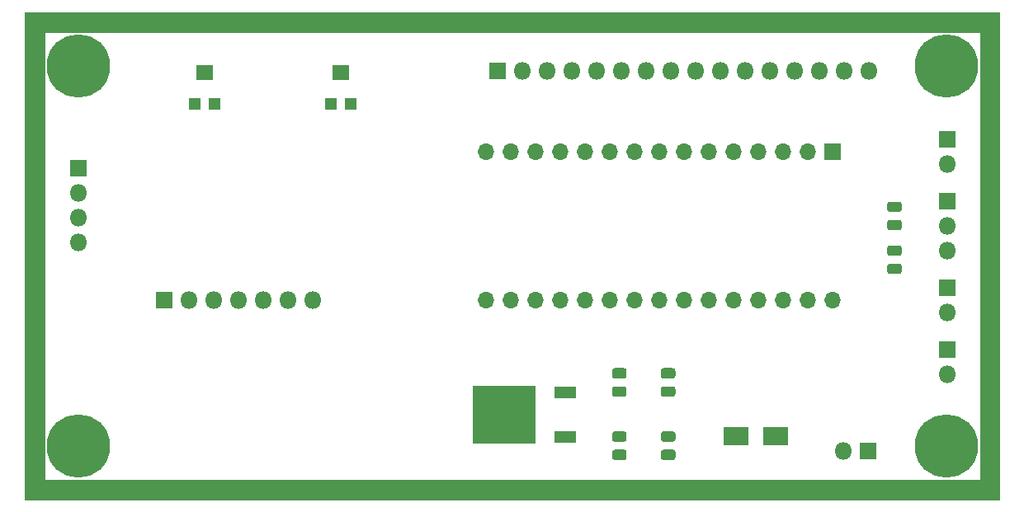
<source format=gbr>
G04 #@! TF.GenerationSoftware,KiCad,Pcbnew,(5.1.6)-1*
G04 #@! TF.CreationDate,2020-09-12T17:38:01+02:00*
G04 #@! TF.ProjectId,vfo-do-with-trimmer_boutons regroup_s-10x5,76666f2d-646f-42d7-9769-74682d747269,rev?*
G04 #@! TF.SameCoordinates,Original*
G04 #@! TF.FileFunction,Soldermask,Top*
G04 #@! TF.FilePolarity,Negative*
%FSLAX46Y46*%
G04 Gerber Fmt 4.6, Leading zero omitted, Abs format (unit mm)*
G04 Created by KiCad (PCBNEW (5.1.6)-1) date 2020-09-12 17:38:01*
%MOMM*%
%LPD*%
G01*
G04 APERTURE LIST*
%ADD10C,0.100000*%
%ADD11R,2.600000X1.900000*%
%ADD12R,6.500000X5.900000*%
%ADD13R,2.300000X1.300000*%
%ADD14O,1.700000X1.700000*%
%ADD15R,1.700000X1.700000*%
%ADD16O,1.800000X1.800000*%
%ADD17R,1.800000X1.800000*%
%ADD18C,0.900000*%
%ADD19C,6.500000*%
%ADD20R,1.300000X1.300000*%
%ADD21R,1.700000X1.600000*%
G04 APERTURE END LIST*
D10*
G36*
X198000000Y-150000000D02*
G01*
X102000000Y-150000000D01*
X102000000Y-148000000D01*
X198000000Y-148000000D01*
X198000000Y-150000000D01*
G37*
X198000000Y-150000000D02*
X102000000Y-150000000D01*
X102000000Y-148000000D01*
X198000000Y-148000000D01*
X198000000Y-150000000D01*
G36*
X200000000Y-150000000D02*
G01*
X198000000Y-150000000D01*
X198000000Y-102000000D01*
X200000000Y-102000000D01*
X200000000Y-150000000D01*
G37*
X200000000Y-150000000D02*
X198000000Y-150000000D01*
X198000000Y-102000000D01*
X200000000Y-102000000D01*
X200000000Y-150000000D01*
G36*
X102000000Y-150000000D02*
G01*
X100000000Y-150000000D01*
X100000000Y-102000000D01*
X102000000Y-102000000D01*
X102000000Y-150000000D01*
G37*
X102000000Y-150000000D02*
X100000000Y-150000000D01*
X100000000Y-102000000D01*
X102000000Y-102000000D01*
X102000000Y-150000000D01*
G36*
X200000000Y-102000000D02*
G01*
X100000000Y-102000000D01*
X100000000Y-100000000D01*
X200000000Y-100000000D01*
X200000000Y-102000000D01*
G37*
X200000000Y-102000000D02*
X100000000Y-102000000D01*
X100000000Y-100000000D01*
X200000000Y-100000000D01*
X200000000Y-102000000D01*
D11*
X177000000Y-143500000D03*
X173000000Y-143500000D03*
D12*
X149147200Y-141295000D03*
D13*
X155447200Y-139015000D03*
X155447200Y-143575000D03*
D14*
X147320000Y-129540000D03*
X147320000Y-114300000D03*
X182880000Y-129540000D03*
X149860000Y-114300000D03*
X180340000Y-129540000D03*
X152400000Y-114300000D03*
X177800000Y-129540000D03*
X154940000Y-114300000D03*
X175260000Y-129540000D03*
X157480000Y-114300000D03*
X172720000Y-129540000D03*
X160020000Y-114300000D03*
X170180000Y-129540000D03*
X162560000Y-114300000D03*
X167640000Y-129540000D03*
X165100000Y-114300000D03*
X165100000Y-129540000D03*
X167640000Y-114300000D03*
X162560000Y-129540000D03*
X170180000Y-114300000D03*
X160020000Y-129540000D03*
X172720000Y-114300000D03*
X157480000Y-129540000D03*
X175260000Y-114300000D03*
X154940000Y-129540000D03*
X177800000Y-114300000D03*
X152400000Y-129540000D03*
X180340000Y-114300000D03*
X149860000Y-129540000D03*
D15*
X182880000Y-114300000D03*
D16*
X105500000Y-123620000D03*
X105500000Y-121080000D03*
X105500000Y-118540000D03*
D17*
X105500000Y-116000000D03*
G36*
G01*
X166481250Y-137600000D02*
X165518750Y-137600000D01*
G75*
G02*
X165250000Y-137331250I0J268750D01*
G01*
X165250000Y-136793750D01*
G75*
G02*
X165518750Y-136525000I268750J0D01*
G01*
X166481250Y-136525000D01*
G75*
G02*
X166750000Y-136793750I0J-268750D01*
G01*
X166750000Y-137331250D01*
G75*
G02*
X166481250Y-137600000I-268750J0D01*
G01*
G37*
G36*
G01*
X166481250Y-139475000D02*
X165518750Y-139475000D01*
G75*
G02*
X165250000Y-139206250I0J268750D01*
G01*
X165250000Y-138668750D01*
G75*
G02*
X165518750Y-138400000I268750J0D01*
G01*
X166481250Y-138400000D01*
G75*
G02*
X166750000Y-138668750I0J-268750D01*
G01*
X166750000Y-139206250D01*
G75*
G02*
X166481250Y-139475000I-268750J0D01*
G01*
G37*
G36*
G01*
X161481250Y-137600000D02*
X160518750Y-137600000D01*
G75*
G02*
X160250000Y-137331250I0J268750D01*
G01*
X160250000Y-136793750D01*
G75*
G02*
X160518750Y-136525000I268750J0D01*
G01*
X161481250Y-136525000D01*
G75*
G02*
X161750000Y-136793750I0J-268750D01*
G01*
X161750000Y-137331250D01*
G75*
G02*
X161481250Y-137600000I-268750J0D01*
G01*
G37*
G36*
G01*
X161481250Y-139475000D02*
X160518750Y-139475000D01*
G75*
G02*
X160250000Y-139206250I0J268750D01*
G01*
X160250000Y-138668750D01*
G75*
G02*
X160518750Y-138400000I268750J0D01*
G01*
X161481250Y-138400000D01*
G75*
G02*
X161750000Y-138668750I0J-268750D01*
G01*
X161750000Y-139206250D01*
G75*
G02*
X161481250Y-139475000I-268750J0D01*
G01*
G37*
G36*
G01*
X160518750Y-144900000D02*
X161481250Y-144900000D01*
G75*
G02*
X161750000Y-145168750I0J-268750D01*
G01*
X161750000Y-145706250D01*
G75*
G02*
X161481250Y-145975000I-268750J0D01*
G01*
X160518750Y-145975000D01*
G75*
G02*
X160250000Y-145706250I0J268750D01*
G01*
X160250000Y-145168750D01*
G75*
G02*
X160518750Y-144900000I268750J0D01*
G01*
G37*
G36*
G01*
X160518750Y-143025000D02*
X161481250Y-143025000D01*
G75*
G02*
X161750000Y-143293750I0J-268750D01*
G01*
X161750000Y-143831250D01*
G75*
G02*
X161481250Y-144100000I-268750J0D01*
G01*
X160518750Y-144100000D01*
G75*
G02*
X160250000Y-143831250I0J268750D01*
G01*
X160250000Y-143293750D01*
G75*
G02*
X160518750Y-143025000I268750J0D01*
G01*
G37*
G36*
G01*
X165518750Y-144900000D02*
X166481250Y-144900000D01*
G75*
G02*
X166750000Y-145168750I0J-268750D01*
G01*
X166750000Y-145706250D01*
G75*
G02*
X166481250Y-145975000I-268750J0D01*
G01*
X165518750Y-145975000D01*
G75*
G02*
X165250000Y-145706250I0J268750D01*
G01*
X165250000Y-145168750D01*
G75*
G02*
X165518750Y-144900000I268750J0D01*
G01*
G37*
G36*
G01*
X165518750Y-143025000D02*
X166481250Y-143025000D01*
G75*
G02*
X166750000Y-143293750I0J-268750D01*
G01*
X166750000Y-143831250D01*
G75*
G02*
X166481250Y-144100000I-268750J0D01*
G01*
X165518750Y-144100000D01*
G75*
G02*
X165250000Y-143831250I0J268750D01*
G01*
X165250000Y-143293750D01*
G75*
G02*
X165518750Y-143025000I268750J0D01*
G01*
G37*
G36*
G01*
X188748750Y-121304000D02*
X189711250Y-121304000D01*
G75*
G02*
X189980000Y-121572750I0J-268750D01*
G01*
X189980000Y-122110250D01*
G75*
G02*
X189711250Y-122379000I-268750J0D01*
G01*
X188748750Y-122379000D01*
G75*
G02*
X188480000Y-122110250I0J268750D01*
G01*
X188480000Y-121572750D01*
G75*
G02*
X188748750Y-121304000I268750J0D01*
G01*
G37*
G36*
G01*
X188748750Y-119429000D02*
X189711250Y-119429000D01*
G75*
G02*
X189980000Y-119697750I0J-268750D01*
G01*
X189980000Y-120235250D01*
G75*
G02*
X189711250Y-120504000I-268750J0D01*
G01*
X188748750Y-120504000D01*
G75*
G02*
X188480000Y-120235250I0J268750D01*
G01*
X188480000Y-119697750D01*
G75*
G02*
X188748750Y-119429000I268750J0D01*
G01*
G37*
G36*
G01*
X189711250Y-124997500D02*
X188748750Y-124997500D01*
G75*
G02*
X188480000Y-124728750I0J268750D01*
G01*
X188480000Y-124191250D01*
G75*
G02*
X188748750Y-123922500I268750J0D01*
G01*
X189711250Y-123922500D01*
G75*
G02*
X189980000Y-124191250I0J-268750D01*
G01*
X189980000Y-124728750D01*
G75*
G02*
X189711250Y-124997500I-268750J0D01*
G01*
G37*
G36*
G01*
X189711250Y-126872500D02*
X188748750Y-126872500D01*
G75*
G02*
X188480000Y-126603750I0J268750D01*
G01*
X188480000Y-126066250D01*
G75*
G02*
X188748750Y-125797500I268750J0D01*
G01*
X189711250Y-125797500D01*
G75*
G02*
X189980000Y-126066250I0J-268750D01*
G01*
X189980000Y-126603750D01*
G75*
G02*
X189711250Y-126872500I-268750J0D01*
G01*
G37*
D16*
X183960000Y-145000000D03*
D17*
X186500000Y-145000000D03*
D16*
X186600000Y-106000000D03*
X184060000Y-106000000D03*
X181520000Y-106000000D03*
X178980000Y-106000000D03*
X176440000Y-106000000D03*
X173900000Y-106000000D03*
X171360000Y-106000000D03*
X168820000Y-106000000D03*
X166280000Y-106000000D03*
X163740000Y-106000000D03*
X161200000Y-106000000D03*
X158660000Y-106000000D03*
X156120000Y-106000000D03*
X153580000Y-106000000D03*
X151040000Y-106000000D03*
D17*
X148500000Y-106000000D03*
D16*
X129540000Y-129540000D03*
X127000000Y-129540000D03*
X124460000Y-129540000D03*
X121920000Y-129540000D03*
X119380000Y-129540000D03*
X116840000Y-129540000D03*
D17*
X114300000Y-129540000D03*
D16*
X194660000Y-130810000D03*
D17*
X194660000Y-128270000D03*
D16*
X194660000Y-115570000D03*
D17*
X194660000Y-113030000D03*
D16*
X194660000Y-137160000D03*
D17*
X194660000Y-134620000D03*
D16*
X194660000Y-124460000D03*
X194660000Y-121920000D03*
D17*
X194660000Y-119380000D03*
D18*
X107172056Y-103777944D03*
X105475000Y-103075000D03*
X103777944Y-103777944D03*
X103075000Y-105475000D03*
X103777944Y-107172056D03*
X105475000Y-107875000D03*
X107172056Y-107172056D03*
X107875000Y-105475000D03*
D19*
X105475000Y-105475000D03*
X194525000Y-144525000D03*
D18*
X196925000Y-144525000D03*
X196222056Y-146222056D03*
X194525000Y-146925000D03*
X192827944Y-146222056D03*
X192125000Y-144525000D03*
X192827944Y-142827944D03*
X194525000Y-142125000D03*
X196222056Y-142827944D03*
X196222056Y-103777944D03*
X194525000Y-103075000D03*
X192827944Y-103777944D03*
X192125000Y-105475000D03*
X192827944Y-107172056D03*
X194525000Y-107875000D03*
X196222056Y-107172056D03*
X196925000Y-105475000D03*
D19*
X194525000Y-105475000D03*
X105475000Y-144525000D03*
D18*
X107875000Y-144525000D03*
X107172056Y-146222056D03*
X105475000Y-146925000D03*
X103777944Y-146222056D03*
X103075000Y-144525000D03*
X103777944Y-142827944D03*
X105475000Y-142125000D03*
X107172056Y-142827944D03*
D20*
X133410000Y-109410000D03*
X131410000Y-109410000D03*
D21*
X132410000Y-106160000D03*
X118440000Y-106160000D03*
D20*
X117440000Y-109410000D03*
X119440000Y-109410000D03*
M02*

</source>
